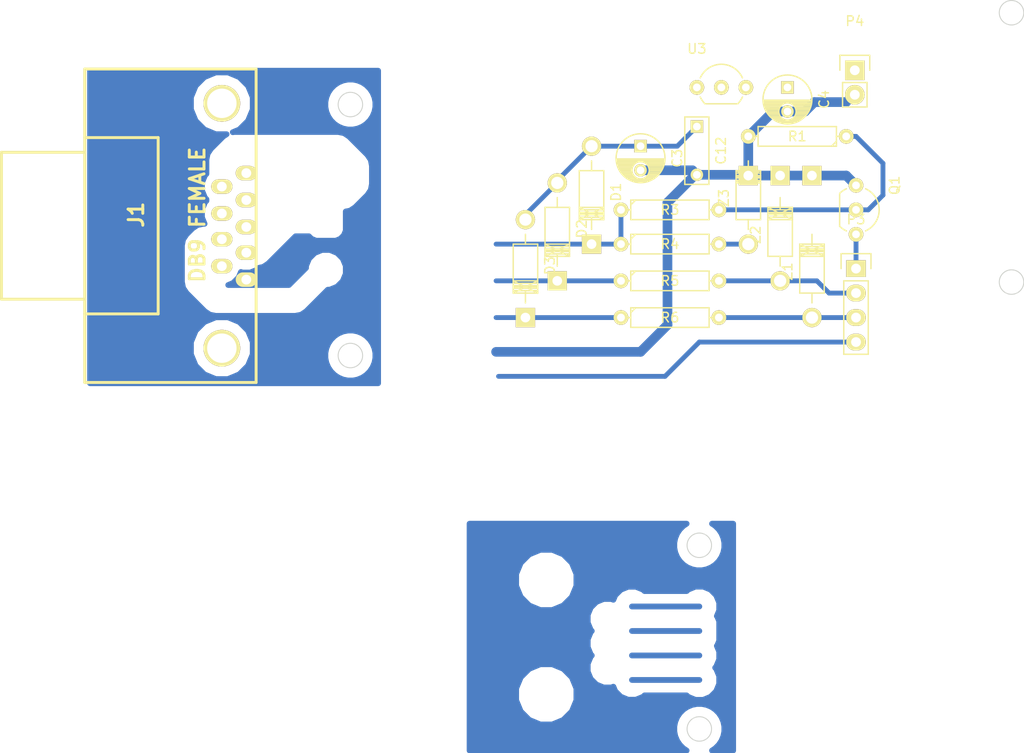
<source format=kicad_pcb>
(kicad_pcb (version 4) (host pcbnew 4.0.6)

  (general
    (links 30)
    (no_connects 7)
    (area -15.122401 20.904999 92.125001 99.060001)
    (thickness 1.6)
    (drawings 6)
    (tracks 55)
    (zones 0)
    (modules 19)
    (nets 13)
  )

  (page A4 portrait)
  (layers
    (0 F.Cu signal)
    (31 B.Cu signal)
    (33 F.Adhes user)
    (35 F.Paste user)
    (37 F.SilkS user)
    (39 F.Mask user)
    (40 Dwgs.User user)
    (41 Cmts.User user)
    (42 Eco1.User user)
    (43 Eco2.User user)
    (44 Edge.Cuts user)
    (45 Margin user)
    (47 F.CrtYd user)
    (49 F.Fab user)
  )

  (setup
    (last_trace_width 0.5)
    (trace_clearance 0.5)
    (zone_clearance 1)
    (zone_45_only no)
    (trace_min 0.5)
    (segment_width 0.2)
    (edge_width 0.1)
    (via_size 1.5)
    (via_drill 0.8)
    (via_min_size 0.8)
    (via_min_drill 0.508)
    (uvia_size 0.8)
    (uvia_drill 0.7)
    (uvias_allowed no)
    (uvia_min_size 0.508)
    (uvia_min_drill 0.127)
    (pcb_text_width 0.3)
    (pcb_text_size 1.5 1.5)
    (mod_edge_width 0.15)
    (mod_text_size 1 1)
    (mod_text_width 0.15)
    (pad_size 1.5 2.2)
    (pad_drill 1.016)
    (pad_to_mask_clearance 0.2)
    (solder_mask_min_width 0.3)
    (aux_axis_origin 0 0)
    (visible_elements FFFFFBBF)
    (pcbplotparams
      (layerselection 0x00030_80000001)
      (usegerberextensions false)
      (excludeedgelayer true)
      (linewidth 0.150000)
      (plotframeref false)
      (viasonmask false)
      (mode 1)
      (useauxorigin false)
      (hpglpennumber 1)
      (hpglpenspeed 20)
      (hpglpendiameter 15)
      (hpglpenoverlay 2)
      (psnegative false)
      (psa4output false)
      (plotreference true)
      (plotvalue true)
      (plotinvisibletext false)
      (padsonsilk true)
      (subtractmaskfromsilk false)
      (outputformat 5)
      (mirror false)
      (drillshape 0)
      (scaleselection 1)
      (outputdirectory output/))
  )

  (net 0 "")
  (net 1 /MOSI)
  (net 2 /RST)
  (net 3 /SCK)
  (net 4 GND)
  (net 5 VCC)
  (net 6 "Net-(C12-Pad1)")
  (net 7 /TX)
  (net 8 /RTS)
  (net 9 /DTR)
  (net 10 /CTS)
  (net 11 "Net-(Q1-Pad2)")
  (net 12 "Net-(R4-Pad2)")

  (net_class Default "This is the default net class."
    (clearance 0.5)
    (trace_width 0.5)
    (via_dia 1.5)
    (via_drill 0.8)
    (uvia_dia 0.8)
    (uvia_drill 0.7)
    (add_net /CTS)
    (add_net /DTR)
    (add_net /MOSI)
    (add_net /RST)
    (add_net /RTS)
    (add_net /SCK)
    (add_net /TX)
    (add_net "Net-(C12-Pad1)")
    (add_net "Net-(Q1-Pad2)")
    (add_net "Net-(R4-Pad2)")
  )

  (net_class pwr ""
    (clearance 1)
    (trace_width 1)
    (via_dia 1.5)
    (via_drill 0.8)
    (uvia_dia 0.8)
    (uvia_drill 0.7)
    (add_net GND)
    (add_net VCC)
  )

  (module DB9MC (layer F.Cu) (tedit 5956B374) (tstamp 523C59D9)
    (at 10.16 44.45 90)
    (descr "Connecteur DB9 male couche")
    (tags "CONN DB9")
    (path /53B03BF3)
    (fp_text reference J1 (at 1.27 -10.16 90) (layer F.SilkS)
      (effects (font (thickness 0.3048)))
    )
    (fp_text value "DB9 FEMALE" (at 1.27 -3.81 90) (layer F.SilkS)
      (effects (font (thickness 0.3048)))
    )
    (fp_line (start -16.129 2.286) (end 16.383 2.286) (layer F.SilkS) (width 0.3048))
    (fp_line (start 16.383 2.286) (end 16.383 -15.494) (layer F.SilkS) (width 0.3048))
    (fp_line (start 16.383 -15.494) (end -16.129 -15.494) (layer F.SilkS) (width 0.3048))
    (fp_line (start -16.129 -15.494) (end -16.129 2.286) (layer F.SilkS) (width 0.3048))
    (fp_line (start -9.017 -15.494) (end -9.017 -7.874) (layer F.SilkS) (width 0.3048))
    (fp_line (start -9.017 -7.874) (end 9.271 -7.874) (layer F.SilkS) (width 0.3048))
    (fp_line (start 9.271 -7.874) (end 9.271 -15.494) (layer F.SilkS) (width 0.3048))
    (fp_line (start -7.493 -15.494) (end -7.493 -24.13) (layer F.SilkS) (width 0.3048))
    (fp_line (start -7.493 -24.13) (end 7.747 -24.13) (layer F.SilkS) (width 0.3048))
    (fp_line (start 7.747 -24.13) (end 7.747 -15.494) (layer F.SilkS) (width 0.3048))
    (pad "" thru_hole circle (at 12.827 -1.27 90) (size 3.81 3.81) (drill 3.048) (layers *.Cu *.Mask F.SilkS))
    (pad "" thru_hole circle (at -12.573 -1.27 90) (size 3.81 3.81) (drill 3.048) (layers *.Cu *.Mask F.SilkS))
    (pad 1 thru_hole oval (at 5.588 1.27 90) (size 1.5 2.2) (drill 1.016) (layers *.Cu *.Mask F.SilkS))
    (pad 2 thru_hole oval (at 2.794 1.27 90) (size 1.5 2.2) (drill 1.016) (layers *.Cu *.Mask F.SilkS))
    (pad 3 thru_hole oval (at 0 1.27 90) (size 1.5 2.2) (drill 1.016) (layers *.Cu *.Mask F.SilkS)
      (net 7 /TX))
    (pad 4 thru_hole oval (at -2.667 1.27 90) (size 1.5 2.2) (drill 1.016) (layers *.Cu *.Mask F.SilkS)
      (net 9 /DTR))
    (pad 5 thru_hole oval (at -5.461 1.27 90) (size 1.5 2.2) (drill 1.016) (layers *.Cu *.Mask F.SilkS)
      (net 4 GND))
    (pad 9 thru_hole oval (at -4.064 -1.27 90) (size 1.5 2.2) (drill 1.016) (layers *.Cu *.Mask F.SilkS))
    (pad 8 thru_hole oval (at -1.27 -1.27 90) (size 1.5 2.2) (drill 1.016) (layers *.Cu *.Mask F.SilkS)
      (net 10 /CTS))
    (pad 7 thru_hole oval (at 1.397 -1.27 90) (size 1.5 2.2) (drill 1.016) (layers *.Cu *.Mask F.SilkS)
      (net 8 /RTS))
    (pad 6 thru_hole oval (at 4.191 -1.27 90) (size 1.5 2.2) (drill 1.016) (layers *.Cu *.Mask F.SilkS))
    (model conn_DBxx/db9_male_pin90deg.wrl
      (at (xyz 0 0 0))
      (scale (xyz 1 1 1))
      (rotate (xyz 0 0 0))
    )
  )

  (module Capacitors_ThroughHole:C_Radial_D5_L11_P2.5 (layer F.Cu) (tedit 0) (tstamp 59564E0D)
    (at 52.324 36.068 270)
    (descr "Radial Electrolytic Capacitor Diameter 5mm x Length 11mm, Pitch 2.5mm")
    (tags "Electrolytic Capacitor")
    (path /523C4E2F)
    (fp_text reference C3 (at 1.25 -3.8 270) (layer F.SilkS)
      (effects (font (size 1 1) (thickness 0.15)))
    )
    (fp_text value 47uF (at 1.25 3.8 270) (layer F.Fab)
      (effects (font (size 1 1) (thickness 0.15)))
    )
    (fp_line (start 1.325 -2.499) (end 1.325 2.499) (layer F.SilkS) (width 0.15))
    (fp_line (start 1.465 -2.491) (end 1.465 2.491) (layer F.SilkS) (width 0.15))
    (fp_line (start 1.605 -2.475) (end 1.605 -0.095) (layer F.SilkS) (width 0.15))
    (fp_line (start 1.605 0.095) (end 1.605 2.475) (layer F.SilkS) (width 0.15))
    (fp_line (start 1.745 -2.451) (end 1.745 -0.49) (layer F.SilkS) (width 0.15))
    (fp_line (start 1.745 0.49) (end 1.745 2.451) (layer F.SilkS) (width 0.15))
    (fp_line (start 1.885 -2.418) (end 1.885 -0.657) (layer F.SilkS) (width 0.15))
    (fp_line (start 1.885 0.657) (end 1.885 2.418) (layer F.SilkS) (width 0.15))
    (fp_line (start 2.025 -2.377) (end 2.025 -0.764) (layer F.SilkS) (width 0.15))
    (fp_line (start 2.025 0.764) (end 2.025 2.377) (layer F.SilkS) (width 0.15))
    (fp_line (start 2.165 -2.327) (end 2.165 -0.835) (layer F.SilkS) (width 0.15))
    (fp_line (start 2.165 0.835) (end 2.165 2.327) (layer F.SilkS) (width 0.15))
    (fp_line (start 2.305 -2.266) (end 2.305 -0.879) (layer F.SilkS) (width 0.15))
    (fp_line (start 2.305 0.879) (end 2.305 2.266) (layer F.SilkS) (width 0.15))
    (fp_line (start 2.445 -2.196) (end 2.445 -0.898) (layer F.SilkS) (width 0.15))
    (fp_line (start 2.445 0.898) (end 2.445 2.196) (layer F.SilkS) (width 0.15))
    (fp_line (start 2.585 -2.114) (end 2.585 -0.896) (layer F.SilkS) (width 0.15))
    (fp_line (start 2.585 0.896) (end 2.585 2.114) (layer F.SilkS) (width 0.15))
    (fp_line (start 2.725 -2.019) (end 2.725 -0.871) (layer F.SilkS) (width 0.15))
    (fp_line (start 2.725 0.871) (end 2.725 2.019) (layer F.SilkS) (width 0.15))
    (fp_line (start 2.865 -1.908) (end 2.865 -0.823) (layer F.SilkS) (width 0.15))
    (fp_line (start 2.865 0.823) (end 2.865 1.908) (layer F.SilkS) (width 0.15))
    (fp_line (start 3.005 -1.78) (end 3.005 -0.745) (layer F.SilkS) (width 0.15))
    (fp_line (start 3.005 0.745) (end 3.005 1.78) (layer F.SilkS) (width 0.15))
    (fp_line (start 3.145 -1.631) (end 3.145 -0.628) (layer F.SilkS) (width 0.15))
    (fp_line (start 3.145 0.628) (end 3.145 1.631) (layer F.SilkS) (width 0.15))
    (fp_line (start 3.285 -1.452) (end 3.285 -0.44) (layer F.SilkS) (width 0.15))
    (fp_line (start 3.285 0.44) (end 3.285 1.452) (layer F.SilkS) (width 0.15))
    (fp_line (start 3.425 -1.233) (end 3.425 1.233) (layer F.SilkS) (width 0.15))
    (fp_line (start 3.565 -0.944) (end 3.565 0.944) (layer F.SilkS) (width 0.15))
    (fp_line (start 3.705 -0.472) (end 3.705 0.472) (layer F.SilkS) (width 0.15))
    (fp_circle (center 2.5 0) (end 2.5 -0.9) (layer F.SilkS) (width 0.15))
    (fp_circle (center 1.25 0) (end 1.25 -2.5375) (layer F.SilkS) (width 0.15))
    (fp_circle (center 1.25 0) (end 1.25 -2.8) (layer F.CrtYd) (width 0.05))
    (pad 1 thru_hole rect (at 0 0 270) (size 1.3 1.3) (drill 0.8) (layers *.Cu *.Mask F.SilkS)
      (net 6 "Net-(C12-Pad1)"))
    (pad 2 thru_hole circle (at 2.5 0 270) (size 1.3 1.3) (drill 0.8) (layers *.Cu *.Mask F.SilkS)
      (net 4 GND))
    (model Capacitors_ThroughHole.3dshapes/C_Radial_D5_L11_P2.5.wrl
      (at (xyz 0.049213 0 0))
      (scale (xyz 1 1 1))
      (rotate (xyz 0 0 90))
    )
  )

  (module Capacitors_ThroughHole:C_Radial_D5_L11_P2.5 (layer F.Cu) (tedit 0) (tstamp 59564E12)
    (at 67.564 29.972 270)
    (descr "Radial Electrolytic Capacitor Diameter 5mm x Length 11mm, Pitch 2.5mm")
    (tags "Electrolytic Capacitor")
    (path /523C51C1)
    (fp_text reference C4 (at 1.25 -3.8 270) (layer F.SilkS)
      (effects (font (size 1 1) (thickness 0.15)))
    )
    (fp_text value 47uF (at 1.25 3.8 270) (layer F.Fab)
      (effects (font (size 1 1) (thickness 0.15)))
    )
    (fp_line (start 1.325 -2.499) (end 1.325 2.499) (layer F.SilkS) (width 0.15))
    (fp_line (start 1.465 -2.491) (end 1.465 2.491) (layer F.SilkS) (width 0.15))
    (fp_line (start 1.605 -2.475) (end 1.605 -0.095) (layer F.SilkS) (width 0.15))
    (fp_line (start 1.605 0.095) (end 1.605 2.475) (layer F.SilkS) (width 0.15))
    (fp_line (start 1.745 -2.451) (end 1.745 -0.49) (layer F.SilkS) (width 0.15))
    (fp_line (start 1.745 0.49) (end 1.745 2.451) (layer F.SilkS) (width 0.15))
    (fp_line (start 1.885 -2.418) (end 1.885 -0.657) (layer F.SilkS) (width 0.15))
    (fp_line (start 1.885 0.657) (end 1.885 2.418) (layer F.SilkS) (width 0.15))
    (fp_line (start 2.025 -2.377) (end 2.025 -0.764) (layer F.SilkS) (width 0.15))
    (fp_line (start 2.025 0.764) (end 2.025 2.377) (layer F.SilkS) (width 0.15))
    (fp_line (start 2.165 -2.327) (end 2.165 -0.835) (layer F.SilkS) (width 0.15))
    (fp_line (start 2.165 0.835) (end 2.165 2.327) (layer F.SilkS) (width 0.15))
    (fp_line (start 2.305 -2.266) (end 2.305 -0.879) (layer F.SilkS) (width 0.15))
    (fp_line (start 2.305 0.879) (end 2.305 2.266) (layer F.SilkS) (width 0.15))
    (fp_line (start 2.445 -2.196) (end 2.445 -0.898) (layer F.SilkS) (width 0.15))
    (fp_line (start 2.445 0.898) (end 2.445 2.196) (layer F.SilkS) (width 0.15))
    (fp_line (start 2.585 -2.114) (end 2.585 -0.896) (layer F.SilkS) (width 0.15))
    (fp_line (start 2.585 0.896) (end 2.585 2.114) (layer F.SilkS) (width 0.15))
    (fp_line (start 2.725 -2.019) (end 2.725 -0.871) (layer F.SilkS) (width 0.15))
    (fp_line (start 2.725 0.871) (end 2.725 2.019) (layer F.SilkS) (width 0.15))
    (fp_line (start 2.865 -1.908) (end 2.865 -0.823) (layer F.SilkS) (width 0.15))
    (fp_line (start 2.865 0.823) (end 2.865 1.908) (layer F.SilkS) (width 0.15))
    (fp_line (start 3.005 -1.78) (end 3.005 -0.745) (layer F.SilkS) (width 0.15))
    (fp_line (start 3.005 0.745) (end 3.005 1.78) (layer F.SilkS) (width 0.15))
    (fp_line (start 3.145 -1.631) (end 3.145 -0.628) (layer F.SilkS) (width 0.15))
    (fp_line (start 3.145 0.628) (end 3.145 1.631) (layer F.SilkS) (width 0.15))
    (fp_line (start 3.285 -1.452) (end 3.285 -0.44) (layer F.SilkS) (width 0.15))
    (fp_line (start 3.285 0.44) (end 3.285 1.452) (layer F.SilkS) (width 0.15))
    (fp_line (start 3.425 -1.233) (end 3.425 1.233) (layer F.SilkS) (width 0.15))
    (fp_line (start 3.565 -0.944) (end 3.565 0.944) (layer F.SilkS) (width 0.15))
    (fp_line (start 3.705 -0.472) (end 3.705 0.472) (layer F.SilkS) (width 0.15))
    (fp_circle (center 2.5 0) (end 2.5 -0.9) (layer F.SilkS) (width 0.15))
    (fp_circle (center 1.25 0) (end 1.25 -2.5375) (layer F.SilkS) (width 0.15))
    (fp_circle (center 1.25 0) (end 1.25 -2.8) (layer F.CrtYd) (width 0.05))
    (pad 1 thru_hole rect (at 0 0 270) (size 1.3 1.3) (drill 0.8) (layers *.Cu *.Mask F.SilkS)
      (net 5 VCC))
    (pad 2 thru_hole circle (at 2.5 0 270) (size 1.3 1.3) (drill 0.8) (layers *.Cu *.Mask F.SilkS)
      (net 4 GND))
    (model Capacitors_ThroughHole.3dshapes/C_Radial_D5_L11_P2.5.wrl
      (at (xyz 0.049213 0 0))
      (scale (xyz 1 1 1))
      (rotate (xyz 0 0 90))
    )
  )

  (module Capacitors_ThroughHole:C_Rect_L7_W2.5_P5 (layer F.Cu) (tedit 0) (tstamp 59564E17)
    (at 58.166 34.036 270)
    (descr "Film Capacitor Length 7mm x Width 2.5mm, Pitch 5mm")
    (tags Capacitor)
    (path /523C4E3E)
    (fp_text reference C12 (at 2.5 -2.5 270) (layer F.SilkS)
      (effects (font (size 1 1) (thickness 0.15)))
    )
    (fp_text value 100nF (at 2.5 2.5 270) (layer F.Fab)
      (effects (font (size 1 1) (thickness 0.15)))
    )
    (fp_line (start -1.25 -1.5) (end 6.25 -1.5) (layer F.CrtYd) (width 0.05))
    (fp_line (start 6.25 -1.5) (end 6.25 1.5) (layer F.CrtYd) (width 0.05))
    (fp_line (start 6.25 1.5) (end -1.25 1.5) (layer F.CrtYd) (width 0.05))
    (fp_line (start -1.25 1.5) (end -1.25 -1.5) (layer F.CrtYd) (width 0.05))
    (fp_line (start -1 -1.25) (end 6 -1.25) (layer F.SilkS) (width 0.15))
    (fp_line (start 6 -1.25) (end 6 1.25) (layer F.SilkS) (width 0.15))
    (fp_line (start 6 1.25) (end -1 1.25) (layer F.SilkS) (width 0.15))
    (fp_line (start -1 1.25) (end -1 -1.25) (layer F.SilkS) (width 0.15))
    (pad 1 thru_hole rect (at 0 0 270) (size 1.3 1.3) (drill 0.8) (layers *.Cu *.Mask F.SilkS)
      (net 6 "Net-(C12-Pad1)"))
    (pad 2 thru_hole circle (at 5 0 270) (size 1.3 1.3) (drill 0.8) (layers *.Cu *.Mask F.SilkS)
      (net 4 GND))
  )

  (module Diodes_ThroughHole:Diode_DO-41_SOD81_Horizontal_RM10 (layer F.Cu) (tedit 552FFCCE) (tstamp 59564E1C)
    (at 47.244 46.228 90)
    (descr "Diode, DO-41, SOD81, Horizontal, RM 10mm,")
    (tags "Diode, DO-41, SOD81, Horizontal, RM 10mm, 1N4007, SB140,")
    (path /523C4DC8)
    (fp_text reference D1 (at 5.38734 2.53746 90) (layer F.SilkS)
      (effects (font (size 1 1) (thickness 0.15)))
    )
    (fp_text value 1N4148 (at 4.37134 -3.55854 90) (layer F.Fab)
      (effects (font (size 1 1) (thickness 0.15)))
    )
    (fp_line (start 7.62 -0.00254) (end 8.636 -0.00254) (layer F.SilkS) (width 0.15))
    (fp_line (start 2.794 -0.00254) (end 1.524 -0.00254) (layer F.SilkS) (width 0.15))
    (fp_line (start 3.048 -1.27254) (end 3.048 1.26746) (layer F.SilkS) (width 0.15))
    (fp_line (start 3.302 -1.27254) (end 3.302 1.26746) (layer F.SilkS) (width 0.15))
    (fp_line (start 3.556 -1.27254) (end 3.556 1.26746) (layer F.SilkS) (width 0.15))
    (fp_line (start 2.794 -1.27254) (end 2.794 1.26746) (layer F.SilkS) (width 0.15))
    (fp_line (start 3.81 -1.27254) (end 2.54 1.26746) (layer F.SilkS) (width 0.15))
    (fp_line (start 2.54 -1.27254) (end 3.81 1.26746) (layer F.SilkS) (width 0.15))
    (fp_line (start 3.81 -1.27254) (end 3.81 1.26746) (layer F.SilkS) (width 0.15))
    (fp_line (start 3.175 -1.27254) (end 3.175 1.26746) (layer F.SilkS) (width 0.15))
    (fp_line (start 2.54 1.26746) (end 2.54 -1.27254) (layer F.SilkS) (width 0.15))
    (fp_line (start 2.54 -1.27254) (end 7.62 -1.27254) (layer F.SilkS) (width 0.15))
    (fp_line (start 7.62 -1.27254) (end 7.62 1.26746) (layer F.SilkS) (width 0.15))
    (fp_line (start 7.62 1.26746) (end 2.54 1.26746) (layer F.SilkS) (width 0.15))
    (pad 2 thru_hole circle (at 10.16 -0.00254 270) (size 1.99898 1.99898) (drill 1.27) (layers *.Cu *.Mask F.SilkS)
      (net 6 "Net-(C12-Pad1)"))
    (pad 1 thru_hole rect (at 0 -0.00254 270) (size 1.99898 1.99898) (drill 1.00076) (layers *.Cu *.Mask F.SilkS)
      (net 7 /TX))
  )

  (module Diodes_ThroughHole:Diode_DO-41_SOD81_Horizontal_RM10 (layer F.Cu) (tedit 552FFCCE) (tstamp 59564E21)
    (at 43.688 50.038 90)
    (descr "Diode, DO-41, SOD81, Horizontal, RM 10mm,")
    (tags "Diode, DO-41, SOD81, Horizontal, RM 10mm, 1N4007, SB140,")
    (path /523C4DD5)
    (fp_text reference D2 (at 5.38734 2.53746 90) (layer F.SilkS)
      (effects (font (size 1 1) (thickness 0.15)))
    )
    (fp_text value DIODE (at 4.37134 -3.55854 90) (layer F.Fab)
      (effects (font (size 1 1) (thickness 0.15)))
    )
    (fp_line (start 7.62 -0.00254) (end 8.636 -0.00254) (layer F.SilkS) (width 0.15))
    (fp_line (start 2.794 -0.00254) (end 1.524 -0.00254) (layer F.SilkS) (width 0.15))
    (fp_line (start 3.048 -1.27254) (end 3.048 1.26746) (layer F.SilkS) (width 0.15))
    (fp_line (start 3.302 -1.27254) (end 3.302 1.26746) (layer F.SilkS) (width 0.15))
    (fp_line (start 3.556 -1.27254) (end 3.556 1.26746) (layer F.SilkS) (width 0.15))
    (fp_line (start 2.794 -1.27254) (end 2.794 1.26746) (layer F.SilkS) (width 0.15))
    (fp_line (start 3.81 -1.27254) (end 2.54 1.26746) (layer F.SilkS) (width 0.15))
    (fp_line (start 2.54 -1.27254) (end 3.81 1.26746) (layer F.SilkS) (width 0.15))
    (fp_line (start 3.81 -1.27254) (end 3.81 1.26746) (layer F.SilkS) (width 0.15))
    (fp_line (start 3.175 -1.27254) (end 3.175 1.26746) (layer F.SilkS) (width 0.15))
    (fp_line (start 2.54 1.26746) (end 2.54 -1.27254) (layer F.SilkS) (width 0.15))
    (fp_line (start 2.54 -1.27254) (end 7.62 -1.27254) (layer F.SilkS) (width 0.15))
    (fp_line (start 7.62 -1.27254) (end 7.62 1.26746) (layer F.SilkS) (width 0.15))
    (fp_line (start 7.62 1.26746) (end 2.54 1.26746) (layer F.SilkS) (width 0.15))
    (pad 2 thru_hole circle (at 10.16 -0.00254 270) (size 1.99898 1.99898) (drill 1.27) (layers *.Cu *.Mask F.SilkS)
      (net 6 "Net-(C12-Pad1)"))
    (pad 1 thru_hole rect (at 0 -0.00254 270) (size 1.99898 1.99898) (drill 1.00076) (layers *.Cu *.Mask F.SilkS)
      (net 8 /RTS))
  )

  (module Diodes_ThroughHole:Diode_DO-41_SOD81_Horizontal_RM10 (layer F.Cu) (tedit 552FFCCE) (tstamp 59564E26)
    (at 40.386 53.848 90)
    (descr "Diode, DO-41, SOD81, Horizontal, RM 10mm,")
    (tags "Diode, DO-41, SOD81, Horizontal, RM 10mm, 1N4007, SB140,")
    (path /523C4DDB)
    (fp_text reference D3 (at 5.38734 2.53746 90) (layer F.SilkS)
      (effects (font (size 1 1) (thickness 0.15)))
    )
    (fp_text value DIODE (at 4.37134 -3.55854 90) (layer F.Fab)
      (effects (font (size 1 1) (thickness 0.15)))
    )
    (fp_line (start 7.62 -0.00254) (end 8.636 -0.00254) (layer F.SilkS) (width 0.15))
    (fp_line (start 2.794 -0.00254) (end 1.524 -0.00254) (layer F.SilkS) (width 0.15))
    (fp_line (start 3.048 -1.27254) (end 3.048 1.26746) (layer F.SilkS) (width 0.15))
    (fp_line (start 3.302 -1.27254) (end 3.302 1.26746) (layer F.SilkS) (width 0.15))
    (fp_line (start 3.556 -1.27254) (end 3.556 1.26746) (layer F.SilkS) (width 0.15))
    (fp_line (start 2.794 -1.27254) (end 2.794 1.26746) (layer F.SilkS) (width 0.15))
    (fp_line (start 3.81 -1.27254) (end 2.54 1.26746) (layer F.SilkS) (width 0.15))
    (fp_line (start 2.54 -1.27254) (end 3.81 1.26746) (layer F.SilkS) (width 0.15))
    (fp_line (start 3.81 -1.27254) (end 3.81 1.26746) (layer F.SilkS) (width 0.15))
    (fp_line (start 3.175 -1.27254) (end 3.175 1.26746) (layer F.SilkS) (width 0.15))
    (fp_line (start 2.54 1.26746) (end 2.54 -1.27254) (layer F.SilkS) (width 0.15))
    (fp_line (start 2.54 -1.27254) (end 7.62 -1.27254) (layer F.SilkS) (width 0.15))
    (fp_line (start 7.62 -1.27254) (end 7.62 1.26746) (layer F.SilkS) (width 0.15))
    (fp_line (start 7.62 1.26746) (end 2.54 1.26746) (layer F.SilkS) (width 0.15))
    (pad 2 thru_hole circle (at 10.16 -0.00254 270) (size 1.99898 1.99898) (drill 1.27) (layers *.Cu *.Mask F.SilkS)
      (net 6 "Net-(C12-Pad1)"))
    (pad 1 thru_hole rect (at 0 -0.00254 270) (size 1.99898 1.99898) (drill 1.00076) (layers *.Cu *.Mask F.SilkS)
      (net 9 /DTR))
  )

  (module Pin_Headers:Pin_Header_Straight_1x04 (layer F.Cu) (tedit 0) (tstamp 59564E2B)
    (at 74.676 48.768)
    (descr "Through hole pin header")
    (tags "pin header")
    (path /53B04196)
    (fp_text reference P3 (at 0 -5.1) (layer F.SilkS)
      (effects (font (size 1 1) (thickness 0.15)))
    )
    (fp_text value CONN_4 (at 0 -3.1) (layer F.Fab)
      (effects (font (size 1 1) (thickness 0.15)))
    )
    (fp_line (start -1.75 -1.75) (end -1.75 9.4) (layer F.CrtYd) (width 0.05))
    (fp_line (start 1.75 -1.75) (end 1.75 9.4) (layer F.CrtYd) (width 0.05))
    (fp_line (start -1.75 -1.75) (end 1.75 -1.75) (layer F.CrtYd) (width 0.05))
    (fp_line (start -1.75 9.4) (end 1.75 9.4) (layer F.CrtYd) (width 0.05))
    (fp_line (start -1.27 1.27) (end -1.27 8.89) (layer F.SilkS) (width 0.15))
    (fp_line (start 1.27 1.27) (end 1.27 8.89) (layer F.SilkS) (width 0.15))
    (fp_line (start 1.55 -1.55) (end 1.55 0) (layer F.SilkS) (width 0.15))
    (fp_line (start -1.27 8.89) (end 1.27 8.89) (layer F.SilkS) (width 0.15))
    (fp_line (start 1.27 1.27) (end -1.27 1.27) (layer F.SilkS) (width 0.15))
    (fp_line (start -1.55 0) (end -1.55 -1.55) (layer F.SilkS) (width 0.15))
    (fp_line (start -1.55 -1.55) (end 1.55 -1.55) (layer F.SilkS) (width 0.15))
    (pad 1 thru_hole rect (at 0 0) (size 2.032 1.7272) (drill 1.016) (layers *.Cu *.Mask F.SilkS)
      (net 2 /RST))
    (pad 2 thru_hole oval (at 0 2.54) (size 2.032 1.7272) (drill 1.016) (layers *.Cu *.Mask F.SilkS)
      (net 3 /SCK))
    (pad 3 thru_hole oval (at 0 5.08) (size 2.032 1.7272) (drill 1.016) (layers *.Cu *.Mask F.SilkS)
      (net 1 /MOSI))
    (pad 4 thru_hole oval (at 0 7.62) (size 2.032 1.7272) (drill 1.016) (layers *.Cu *.Mask F.SilkS)
      (net 10 /CTS))
    (model Pin_Headers.3dshapes/Pin_Header_Straight_1x04.wrl
      (at (xyz 0 -0.15 0))
      (scale (xyz 1 1 1))
      (rotate (xyz 0 0 90))
    )
  )

  (module Pin_Headers:Pin_Header_Straight_1x02 (layer F.Cu) (tedit 54EA090C) (tstamp 59564E32)
    (at 74.549 28.194)
    (descr "Through hole pin header")
    (tags "pin header")
    (path /53B04122)
    (fp_text reference P4 (at 0 -5.1) (layer F.SilkS)
      (effects (font (size 1 1) (thickness 0.15)))
    )
    (fp_text value CONN_2 (at 0 -3.1) (layer F.Fab)
      (effects (font (size 1 1) (thickness 0.15)))
    )
    (fp_line (start 1.27 1.27) (end 1.27 3.81) (layer F.SilkS) (width 0.15))
    (fp_line (start 1.55 -1.55) (end 1.55 0) (layer F.SilkS) (width 0.15))
    (fp_line (start -1.75 -1.75) (end -1.75 4.3) (layer F.CrtYd) (width 0.05))
    (fp_line (start 1.75 -1.75) (end 1.75 4.3) (layer F.CrtYd) (width 0.05))
    (fp_line (start -1.75 -1.75) (end 1.75 -1.75) (layer F.CrtYd) (width 0.05))
    (fp_line (start -1.75 4.3) (end 1.75 4.3) (layer F.CrtYd) (width 0.05))
    (fp_line (start 1.27 1.27) (end -1.27 1.27) (layer F.SilkS) (width 0.15))
    (fp_line (start -1.55 0) (end -1.55 -1.55) (layer F.SilkS) (width 0.15))
    (fp_line (start -1.55 -1.55) (end 1.55 -1.55) (layer F.SilkS) (width 0.15))
    (fp_line (start -1.27 1.27) (end -1.27 3.81) (layer F.SilkS) (width 0.15))
    (fp_line (start -1.27 3.81) (end 1.27 3.81) (layer F.SilkS) (width 0.15))
    (pad 1 thru_hole rect (at 0 0) (size 2.032 2.032) (drill 1.016) (layers *.Cu *.Mask F.SilkS)
      (net 5 VCC))
    (pad 2 thru_hole oval (at 0 2.54) (size 2.032 2.032) (drill 1.016) (layers *.Cu *.Mask F.SilkS)
      (net 4 GND))
    (model Pin_Headers.3dshapes/Pin_Header_Straight_1x02.wrl
      (at (xyz 0 -0.05 0))
      (scale (xyz 1 1 1))
      (rotate (xyz 0 0 90))
    )
  )

  (module TO_SOT_Packages_THT:TO-92_Inline_Wide (layer F.Cu) (tedit 54F242B4) (tstamp 59564E37)
    (at 74.676 40.132 270)
    (descr "TO-92 leads in-line, wide, drill 0.8mm (see NXP sot054_po.pdf)")
    (tags "to-92 sc-43 sc-43a sot54 PA33 transistor")
    (path /523C4E04)
    (fp_text reference Q1 (at 0 -4 450) (layer F.SilkS)
      (effects (font (size 1 1) (thickness 0.15)))
    )
    (fp_text value BC547 (at 0 3 270) (layer F.Fab)
      (effects (font (size 1 1) (thickness 0.15)))
    )
    (fp_arc (start 2.54 0) (end 0.84 1.7) (angle 20.5) (layer F.SilkS) (width 0.15))
    (fp_arc (start 2.54 0) (end 4.24 1.7) (angle -20.5) (layer F.SilkS) (width 0.15))
    (fp_line (start -1 1.95) (end -1 -2.65) (layer F.CrtYd) (width 0.05))
    (fp_line (start -1 1.95) (end 6.1 1.95) (layer F.CrtYd) (width 0.05))
    (fp_line (start 0.84 1.7) (end 4.24 1.7) (layer F.SilkS) (width 0.15))
    (fp_arc (start 2.54 0) (end 2.54 -2.4) (angle -65.55604127) (layer F.SilkS) (width 0.15))
    (fp_arc (start 2.54 0) (end 2.54 -2.4) (angle 65.55604127) (layer F.SilkS) (width 0.15))
    (fp_line (start -1 -2.65) (end 6.1 -2.65) (layer F.CrtYd) (width 0.05))
    (fp_line (start 6.1 1.95) (end 6.1 -2.65) (layer F.CrtYd) (width 0.05))
    (pad 2 thru_hole circle (at 2.54 0) (size 1.524 1.524) (drill 0.8) (layers *.Cu *.Mask F.SilkS)
      (net 11 "Net-(Q1-Pad2)"))
    (pad 3 thru_hole circle (at 5.08 0) (size 1.524 1.524) (drill 0.8) (layers *.Cu *.Mask F.SilkS)
      (net 2 /RST))
    (pad 1 thru_hole circle (at 0 0) (size 1.524 1.524) (drill 0.8) (layers *.Cu *.Mask F.SilkS)
      (net 4 GND))
    (model TO_SOT_Packages_THT.3dshapes/TO-92_Inline_Wide.wrl
      (at (xyz 0.1 0 0))
      (scale (xyz 1 1 1))
      (rotate (xyz 0 0 -90))
    )
  )

  (module Discret:R4 (layer F.Cu) (tedit 0) (tstamp 59564E3D)
    (at 68.58 35.052 180)
    (descr "Resitance 4 pas")
    (tags R)
    (path /523C4DA0)
    (fp_text reference R1 (at 0 0 180) (layer F.SilkS)
      (effects (font (size 1 1) (thickness 0.15)))
    )
    (fp_text value 15K (at 0 0 180) (layer F.Fab)
      (effects (font (size 1 1) (thickness 0.15)))
    )
    (fp_line (start -5.08 0) (end -4.064 0) (layer F.SilkS) (width 0.15))
    (fp_line (start -4.064 0) (end -4.064 -1.016) (layer F.SilkS) (width 0.15))
    (fp_line (start -4.064 -1.016) (end 4.064 -1.016) (layer F.SilkS) (width 0.15))
    (fp_line (start 4.064 -1.016) (end 4.064 1.016) (layer F.SilkS) (width 0.15))
    (fp_line (start 4.064 1.016) (end -4.064 1.016) (layer F.SilkS) (width 0.15))
    (fp_line (start -4.064 1.016) (end -4.064 0) (layer F.SilkS) (width 0.15))
    (fp_line (start -4.064 -0.508) (end -3.556 -1.016) (layer F.SilkS) (width 0.15))
    (fp_line (start 5.08 0) (end 4.064 0) (layer F.SilkS) (width 0.15))
    (pad 1 thru_hole circle (at -5.08 0 180) (size 1.524 1.524) (drill 0.8128) (layers *.Cu *.Mask F.SilkS)
      (net 11 "Net-(Q1-Pad2)"))
    (pad 2 thru_hole circle (at 5.08 0 180) (size 1.524 1.524) (drill 0.8128) (layers *.Cu *.Mask F.SilkS)
      (net 4 GND))
    (model Discret.3dshapes/R4.wrl
      (at (xyz 0 0 0))
      (scale (xyz 0.4 0.4 0.4))
      (rotate (xyz 0 0 0))
    )
  )

  (module Discret:R4 (layer F.Cu) (tedit 0) (tstamp 59564E42)
    (at 55.372 42.672)
    (descr "Resitance 4 pas")
    (tags R)
    (path /523C4D9A)
    (fp_text reference R3 (at 0 0) (layer F.SilkS)
      (effects (font (size 1 1) (thickness 0.15)))
    )
    (fp_text value 10K (at 0 0) (layer F.Fab)
      (effects (font (size 1 1) (thickness 0.15)))
    )
    (fp_line (start -5.08 0) (end -4.064 0) (layer F.SilkS) (width 0.15))
    (fp_line (start -4.064 0) (end -4.064 -1.016) (layer F.SilkS) (width 0.15))
    (fp_line (start -4.064 -1.016) (end 4.064 -1.016) (layer F.SilkS) (width 0.15))
    (fp_line (start 4.064 -1.016) (end 4.064 1.016) (layer F.SilkS) (width 0.15))
    (fp_line (start 4.064 1.016) (end -4.064 1.016) (layer F.SilkS) (width 0.15))
    (fp_line (start -4.064 1.016) (end -4.064 0) (layer F.SilkS) (width 0.15))
    (fp_line (start -4.064 -0.508) (end -3.556 -1.016) (layer F.SilkS) (width 0.15))
    (fp_line (start 5.08 0) (end 4.064 0) (layer F.SilkS) (width 0.15))
    (pad 1 thru_hole circle (at -5.08 0) (size 1.524 1.524) (drill 0.8128) (layers *.Cu *.Mask F.SilkS)
      (net 7 /TX))
    (pad 2 thru_hole circle (at 5.08 0) (size 1.524 1.524) (drill 0.8128) (layers *.Cu *.Mask F.SilkS)
      (net 11 "Net-(Q1-Pad2)"))
    (model Discret.3dshapes/R4.wrl
      (at (xyz 0 0 0))
      (scale (xyz 0.4 0.4 0.4))
      (rotate (xyz 0 0 0))
    )
  )

  (module Discret:R4 (layer F.Cu) (tedit 0) (tstamp 59564E47)
    (at 55.372 46.228)
    (descr "Resitance 4 pas")
    (tags R)
    (path /523C4D70)
    (fp_text reference R4 (at 0 0) (layer F.SilkS)
      (effects (font (size 1 1) (thickness 0.15)))
    )
    (fp_text value 4.7K (at 0 0) (layer F.Fab)
      (effects (font (size 1 1) (thickness 0.15)))
    )
    (fp_line (start -5.08 0) (end -4.064 0) (layer F.SilkS) (width 0.15))
    (fp_line (start -4.064 0) (end -4.064 -1.016) (layer F.SilkS) (width 0.15))
    (fp_line (start -4.064 -1.016) (end 4.064 -1.016) (layer F.SilkS) (width 0.15))
    (fp_line (start 4.064 -1.016) (end 4.064 1.016) (layer F.SilkS) (width 0.15))
    (fp_line (start 4.064 1.016) (end -4.064 1.016) (layer F.SilkS) (width 0.15))
    (fp_line (start -4.064 1.016) (end -4.064 0) (layer F.SilkS) (width 0.15))
    (fp_line (start -4.064 -0.508) (end -3.556 -1.016) (layer F.SilkS) (width 0.15))
    (fp_line (start 5.08 0) (end 4.064 0) (layer F.SilkS) (width 0.15))
    (pad 1 thru_hole circle (at -5.08 0) (size 1.524 1.524) (drill 0.8128) (layers *.Cu *.Mask F.SilkS)
      (net 7 /TX))
    (pad 2 thru_hole circle (at 5.08 0) (size 1.524 1.524) (drill 0.8128) (layers *.Cu *.Mask F.SilkS)
      (net 12 "Net-(R4-Pad2)"))
    (model Discret.3dshapes/R4.wrl
      (at (xyz 0 0 0))
      (scale (xyz 0.4 0.4 0.4))
      (rotate (xyz 0 0 0))
    )
  )

  (module Discret:R4 (layer F.Cu) (tedit 0) (tstamp 59564E4C)
    (at 55.372 50.038)
    (descr "Resitance 4 pas")
    (tags R)
    (path /523C4D8E)
    (fp_text reference R5 (at 0 0) (layer F.SilkS)
      (effects (font (size 1 1) (thickness 0.15)))
    )
    (fp_text value 4.7K (at 0 0) (layer F.Fab)
      (effects (font (size 1 1) (thickness 0.15)))
    )
    (fp_line (start -5.08 0) (end -4.064 0) (layer F.SilkS) (width 0.15))
    (fp_line (start -4.064 0) (end -4.064 -1.016) (layer F.SilkS) (width 0.15))
    (fp_line (start -4.064 -1.016) (end 4.064 -1.016) (layer F.SilkS) (width 0.15))
    (fp_line (start 4.064 -1.016) (end 4.064 1.016) (layer F.SilkS) (width 0.15))
    (fp_line (start 4.064 1.016) (end -4.064 1.016) (layer F.SilkS) (width 0.15))
    (fp_line (start -4.064 1.016) (end -4.064 0) (layer F.SilkS) (width 0.15))
    (fp_line (start -4.064 -0.508) (end -3.556 -1.016) (layer F.SilkS) (width 0.15))
    (fp_line (start 5.08 0) (end 4.064 0) (layer F.SilkS) (width 0.15))
    (pad 1 thru_hole circle (at -5.08 0) (size 1.524 1.524) (drill 0.8128) (layers *.Cu *.Mask F.SilkS)
      (net 8 /RTS))
    (pad 2 thru_hole circle (at 5.08 0) (size 1.524 1.524) (drill 0.8128) (layers *.Cu *.Mask F.SilkS)
      (net 3 /SCK))
    (model Discret.3dshapes/R4.wrl
      (at (xyz 0 0 0))
      (scale (xyz 0.4 0.4 0.4))
      (rotate (xyz 0 0 0))
    )
  )

  (module Discret:R4 (layer F.Cu) (tedit 0) (tstamp 59564E51)
    (at 55.372 53.848)
    (descr "Resitance 4 pas")
    (tags R)
    (path /523C4D94)
    (fp_text reference R6 (at 0 0) (layer F.SilkS)
      (effects (font (size 1 1) (thickness 0.15)))
    )
    (fp_text value 4.7K (at 0 0) (layer F.Fab)
      (effects (font (size 1 1) (thickness 0.15)))
    )
    (fp_line (start -5.08 0) (end -4.064 0) (layer F.SilkS) (width 0.15))
    (fp_line (start -4.064 0) (end -4.064 -1.016) (layer F.SilkS) (width 0.15))
    (fp_line (start -4.064 -1.016) (end 4.064 -1.016) (layer F.SilkS) (width 0.15))
    (fp_line (start 4.064 -1.016) (end 4.064 1.016) (layer F.SilkS) (width 0.15))
    (fp_line (start 4.064 1.016) (end -4.064 1.016) (layer F.SilkS) (width 0.15))
    (fp_line (start -4.064 1.016) (end -4.064 0) (layer F.SilkS) (width 0.15))
    (fp_line (start -4.064 -0.508) (end -3.556 -1.016) (layer F.SilkS) (width 0.15))
    (fp_line (start 5.08 0) (end 4.064 0) (layer F.SilkS) (width 0.15))
    (pad 1 thru_hole circle (at -5.08 0) (size 1.524 1.524) (drill 0.8128) (layers *.Cu *.Mask F.SilkS)
      (net 9 /DTR))
    (pad 2 thru_hole circle (at 5.08 0) (size 1.524 1.524) (drill 0.8128) (layers *.Cu *.Mask F.SilkS)
      (net 1 /MOSI))
    (model Discret.3dshapes/R4.wrl
      (at (xyz 0 0 0))
      (scale (xyz 0.4 0.4 0.4))
      (rotate (xyz 0 0 0))
    )
  )

  (module TO_SOT_Packages_THT:TO-92_Inline_Wide (layer F.Cu) (tedit 54F242B4) (tstamp 59564E56)
    (at 58.166 29.972)
    (descr "TO-92 leads in-line, wide, drill 0.8mm (see NXP sot054_po.pdf)")
    (tags "to-92 sc-43 sc-43a sot54 PA33 transistor")
    (path /523C4E71)
    (fp_text reference U3 (at 0 -4 180) (layer F.SilkS)
      (effects (font (size 1 1) (thickness 0.15)))
    )
    (fp_text value LM2936Z-5 (at 0 3) (layer F.Fab)
      (effects (font (size 1 1) (thickness 0.15)))
    )
    (fp_arc (start 2.54 0) (end 0.84 1.7) (angle 20.5) (layer F.SilkS) (width 0.15))
    (fp_arc (start 2.54 0) (end 4.24 1.7) (angle -20.5) (layer F.SilkS) (width 0.15))
    (fp_line (start -1 1.95) (end -1 -2.65) (layer F.CrtYd) (width 0.05))
    (fp_line (start -1 1.95) (end 6.1 1.95) (layer F.CrtYd) (width 0.05))
    (fp_line (start 0.84 1.7) (end 4.24 1.7) (layer F.SilkS) (width 0.15))
    (fp_arc (start 2.54 0) (end 2.54 -2.4) (angle -65.55604127) (layer F.SilkS) (width 0.15))
    (fp_arc (start 2.54 0) (end 2.54 -2.4) (angle 65.55604127) (layer F.SilkS) (width 0.15))
    (fp_line (start -1 -2.65) (end 6.1 -2.65) (layer F.CrtYd) (width 0.05))
    (fp_line (start 6.1 1.95) (end 6.1 -2.65) (layer F.CrtYd) (width 0.05))
    (pad 2 thru_hole circle (at 2.54 0 90) (size 1.524 1.524) (drill 0.8) (layers *.Cu *.Mask F.SilkS))
    (pad 3 thru_hole circle (at 5.08 0 90) (size 1.524 1.524) (drill 0.8) (layers *.Cu *.Mask F.SilkS))
    (pad 1 thru_hole circle (at 0 0 90) (size 1.524 1.524) (drill 0.8) (layers *.Cu *.Mask F.SilkS))
    (model TO_SOT_Packages_THT.3dshapes/TO-92_Inline_Wide.wrl
      (at (xyz 0.1 0 0))
      (scale (xyz 1 1 1))
      (rotate (xyz 0 0 -90))
    )
  )

  (module Diodes_ThroughHole:Diode_DO-41_SOD81_Horizontal_RM10 (layer F.Cu) (tedit 59565384) (tstamp 59564E5C)
    (at 70.104 43.688 270)
    (descr "Diode, DO-41, SOD81, Horizontal, RM 10mm,")
    (tags "Diode, DO-41, SOD81, Horizontal, RM 10mm, 1N4007, SB140,")
    (path /523C4DAD)
    (fp_text reference Z1 (at 5.38734 2.53746 270) (layer F.SilkS)
      (effects (font (size 1 1) (thickness 0.15)))
    )
    (fp_text value 5.1V (at 4.37134 -3.55854 270) (layer F.Fab)
      (effects (font (size 1 1) (thickness 0.15)))
    )
    (fp_line (start 7.62 -0.00254) (end 8.636 -0.00254) (layer F.SilkS) (width 0.15))
    (fp_line (start 2.794 -0.00254) (end 1.524 -0.00254) (layer F.SilkS) (width 0.15))
    (fp_line (start 3.048 -1.27254) (end 3.048 1.26746) (layer F.SilkS) (width 0.15))
    (fp_line (start 3.302 -1.27254) (end 3.302 1.26746) (layer F.SilkS) (width 0.15))
    (fp_line (start 3.556 -1.27254) (end 3.556 1.26746) (layer F.SilkS) (width 0.15))
    (fp_line (start 2.794 -1.27254) (end 2.794 1.26746) (layer F.SilkS) (width 0.15))
    (fp_line (start 3.81 -1.27254) (end 2.54 1.26746) (layer F.SilkS) (width 0.15))
    (fp_line (start 2.54 -1.27254) (end 3.81 1.26746) (layer F.SilkS) (width 0.15))
    (fp_line (start 3.81 -1.27254) (end 3.81 1.26746) (layer F.SilkS) (width 0.15))
    (fp_line (start 3.175 -1.27254) (end 3.175 1.26746) (layer F.SilkS) (width 0.15))
    (fp_line (start 2.54 1.26746) (end 2.54 -1.27254) (layer F.SilkS) (width 0.15))
    (fp_line (start 2.54 -1.27254) (end 7.62 -1.27254) (layer F.SilkS) (width 0.15))
    (fp_line (start 7.62 -1.27254) (end 7.62 1.26746) (layer F.SilkS) (width 0.15))
    (fp_line (start 7.62 1.26746) (end 2.54 1.26746) (layer F.SilkS) (width 0.15))
    (pad 2 thru_hole circle (at 10.16 -0.00254 90) (size 1.99898 1.99898) (drill 1.27) (layers *.Cu *.Mask F.SilkS)
      (net 1 /MOSI))
    (pad 1 thru_hole rect (at -4.572 0 90) (size 1.99898 1.99898) (drill 1.00076) (layers *.Cu *.Mask F.SilkS)
      (net 4 GND))
  )

  (module Diodes_ThroughHole:Diode_DO-41_SOD81_Horizontal_RM10 (layer F.Cu) (tedit 5956537D) (tstamp 59564E61)
    (at 66.802 39.878 270)
    (descr "Diode, DO-41, SOD81, Horizontal, RM 10mm,")
    (tags "Diode, DO-41, SOD81, Horizontal, RM 10mm, 1N4007, SB140,")
    (path /523C4DBA)
    (fp_text reference Z2 (at 5.38734 2.53746 270) (layer F.SilkS)
      (effects (font (size 1 1) (thickness 0.15)))
    )
    (fp_text value 5.1V (at 4.37134 -3.55854 270) (layer F.Fab)
      (effects (font (size 1 1) (thickness 0.15)))
    )
    (fp_line (start 7.62 -0.00254) (end 8.636 -0.00254) (layer F.SilkS) (width 0.15))
    (fp_line (start 2.794 -0.00254) (end 1.524 -0.00254) (layer F.SilkS) (width 0.15))
    (fp_line (start 3.048 -1.27254) (end 3.048 1.26746) (layer F.SilkS) (width 0.15))
    (fp_line (start 3.302 -1.27254) (end 3.302 1.26746) (layer F.SilkS) (width 0.15))
    (fp_line (start 3.556 -1.27254) (end 3.556 1.26746) (layer F.SilkS) (width 0.15))
    (fp_line (start 2.794 -1.27254) (end 2.794 1.26746) (layer F.SilkS) (width 0.15))
    (fp_line (start 3.81 -1.27254) (end 2.54 1.26746) (layer F.SilkS) (width 0.15))
    (fp_line (start 2.54 -1.27254) (end 3.81 1.26746) (layer F.SilkS) (width 0.15))
    (fp_line (start 3.81 -1.27254) (end 3.81 1.26746) (layer F.SilkS) (width 0.15))
    (fp_line (start 3.175 -1.27254) (end 3.175 1.26746) (layer F.SilkS) (width 0.15))
    (fp_line (start 2.54 1.26746) (end 2.54 -1.27254) (layer F.SilkS) (width 0.15))
    (fp_line (start 2.54 -1.27254) (end 7.62 -1.27254) (layer F.SilkS) (width 0.15))
    (fp_line (start 7.62 -1.27254) (end 7.62 1.26746) (layer F.SilkS) (width 0.15))
    (fp_line (start 7.62 1.26746) (end 2.54 1.26746) (layer F.SilkS) (width 0.15))
    (pad 2 thru_hole circle (at 10.16 -0.00254 90) (size 1.99898 1.99898) (drill 1.27) (layers *.Cu *.Mask F.SilkS)
      (net 3 /SCK))
    (pad 1 thru_hole rect (at -0.762 0 90) (size 1.99898 1.99898) (drill 1.00076) (layers *.Cu *.Mask F.SilkS)
      (net 4 GND))
  )

  (module Diodes_ThroughHole:Diode_DO-41_SOD81_Horizontal_RM10 (layer F.Cu) (tedit 59565377) (tstamp 59564E66)
    (at 63.5 36.068 270)
    (descr "Diode, DO-41, SOD81, Horizontal, RM 10mm,")
    (tags "Diode, DO-41, SOD81, Horizontal, RM 10mm, 1N4007, SB140,")
    (path /523C4DC0)
    (fp_text reference Z3 (at 5.38734 2.53746 270) (layer F.SilkS)
      (effects (font (size 1 1) (thickness 0.15)))
    )
    (fp_text value 5.1V (at 4.37134 -3.55854 270) (layer F.Fab)
      (effects (font (size 1 1) (thickness 0.15)))
    )
    (fp_line (start 7.62 -0.00254) (end 8.636 -0.00254) (layer F.SilkS) (width 0.15))
    (fp_line (start 2.794 -0.00254) (end 1.524 -0.00254) (layer F.SilkS) (width 0.15))
    (fp_line (start 3.048 -1.27254) (end 3.048 1.26746) (layer F.SilkS) (width 0.15))
    (fp_line (start 3.302 -1.27254) (end 3.302 1.26746) (layer F.SilkS) (width 0.15))
    (fp_line (start 3.556 -1.27254) (end 3.556 1.26746) (layer F.SilkS) (width 0.15))
    (fp_line (start 2.794 -1.27254) (end 2.794 1.26746) (layer F.SilkS) (width 0.15))
    (fp_line (start 3.81 -1.27254) (end 2.54 1.26746) (layer F.SilkS) (width 0.15))
    (fp_line (start 2.54 -1.27254) (end 3.81 1.26746) (layer F.SilkS) (width 0.15))
    (fp_line (start 3.81 -1.27254) (end 3.81 1.26746) (layer F.SilkS) (width 0.15))
    (fp_line (start 3.175 -1.27254) (end 3.175 1.26746) (layer F.SilkS) (width 0.15))
    (fp_line (start 2.54 1.26746) (end 2.54 -1.27254) (layer F.SilkS) (width 0.15))
    (fp_line (start 2.54 -1.27254) (end 7.62 -1.27254) (layer F.SilkS) (width 0.15))
    (fp_line (start 7.62 -1.27254) (end 7.62 1.26746) (layer F.SilkS) (width 0.15))
    (fp_line (start 7.62 1.26746) (end 2.54 1.26746) (layer F.SilkS) (width 0.15))
    (pad 2 thru_hole circle (at 10.16 -0.00254 90) (size 1.99898 1.99898) (drill 1.27) (layers *.Cu *.Mask F.SilkS)
      (net 12 "Net-(R4-Pad2)"))
    (pad 1 thru_hole rect (at 3.048 0 90) (size 1.99898 1.99898) (drill 1.00076) (layers *.Cu *.Mask F.SilkS)
      (net 4 GND))
  )

  (gr_circle (center 22.225 57.785) (end 23.495 57.785) (layer Edge.Cuts) (width 0.1))
  (gr_circle (center 22.225 31.75) (end 23.495 31.75) (layer Edge.Cuts) (width 0.1))
  (gr_circle (center 58.42 96.52) (end 59.69 96.52) (layer Edge.Cuts) (width 0.1))
  (gr_circle (center 58.42 77.47) (end 59.69 77.47) (layer Edge.Cuts) (width 0.1))
  (gr_circle (center 90.805 22.225) (end 89.535 22.225) (layer Edge.Cuts) (width 0.1))
  (gr_circle (center 90.805 50.165) (end 89.535 50.165) (layer Edge.Cuts) (width 0.1))

  (segment (start 51.435 86.36) (end 58.42 86.36) (width 0.6) (layer B.Cu) (net 0))
  (segment (start 51.435 88.9) (end 58.42 88.9) (width 0.6) (layer B.Cu) (net 0))
  (segment (start 51.435 91.44) (end 58.42 91.44) (width 0.6) (layer B.Cu) (net 0))
  (segment (start 51.435 83.82) (end 58.42 83.82) (width 0.6) (layer B.Cu) (net 0))
  (segment (start 70.10654 53.848) (end 74.676 53.848) (width 0.5) (layer B.Cu) (net 1))
  (segment (start 60.452 53.848) (end 70.10654 53.848) (width 0.5) (layer B.Cu) (net 1))
  (segment (start 74.676 45.212) (end 74.676 48.768) (width 0.5) (layer B.Cu) (net 2))
  (segment (start 66.80454 50.038) (end 70.612 50.038) (width 0.5) (layer B.Cu) (net 3))
  (segment (start 71.882 51.308) (end 74.676 51.308) (width 0.5) (layer B.Cu) (net 3) (tstamp 5956527E))
  (segment (start 70.612 50.038) (end 71.882 51.308) (width 0.5) (layer B.Cu) (net 3) (tstamp 5956527D))
  (segment (start 60.452 50.038) (end 66.80454 50.038) (width 0.5) (layer B.Cu) (net 3))
  (segment (start 58.166 39.036) (end 57.992 39.036) (width 1) (layer B.Cu) (net 4))
  (segment (start 57.992 39.036) (end 55.118 41.91) (width 1) (layer B.Cu) (net 4) (tstamp 59565407))
  (segment (start 52.324 57.404) (end 37.338 57.404) (width 1) (layer B.Cu) (net 4) (tstamp 5956540A))
  (segment (start 55.118 54.61) (end 52.324 57.404) (width 1) (layer B.Cu) (net 4) (tstamp 59565409))
  (segment (start 55.118 41.91) (end 55.118 54.61) (width 1) (layer B.Cu) (net 4) (tstamp 59565408))
  (segment (start 70.104 39.116) (end 73.66 39.116) (width 1) (layer B.Cu) (net 4))
  (segment (start 73.66 39.116) (end 74.676 40.132) (width 1) (layer B.Cu) (net 4) (tstamp 59565404))
  (segment (start 66.802 39.116) (end 70.104 39.116) (width 1) (layer B.Cu) (net 4))
  (segment (start 67.564 32.472) (end 66.08 32.472) (width 1) (layer B.Cu) (net 4))
  (segment (start 66.08 32.472) (end 63.5 35.052) (width 1) (layer B.Cu) (net 4) (tstamp 595653FF))
  (segment (start 73.66 31.496) (end 70.358 31.496) (width 1) (layer B.Cu) (net 4))
  (segment (start 69.382 32.472) (end 67.564 32.472) (width 1) (layer B.Cu) (net 4) (tstamp 595653FC))
  (segment (start 70.358 31.496) (end 69.382 32.472) (width 1) (layer B.Cu) (net 4) (tstamp 595653FB))
  (segment (start 63.5 39.116) (end 66.802 39.116) (width 1) (layer B.Cu) (net 4))
  (segment (start 63.5 35.052) (end 63.5 39.116) (width 1) (layer B.Cu) (net 4))
  (segment (start 58.166 39.036) (end 63.42 39.036) (width 1) (layer B.Cu) (net 4))
  (segment (start 63.42 39.036) (end 63.5 39.116) (width 1) (layer B.Cu) (net 4) (tstamp 595653F4))
  (segment (start 52.324 38.568) (end 57.698 38.568) (width 1) (layer B.Cu) (net 4))
  (segment (start 57.698 38.568) (end 58.166 39.036) (width 1) (layer B.Cu) (net 4) (tstamp 595653EE))
  (segment (start 52.324 36.068) (end 56.134 36.068) (width 0.5) (layer B.Cu) (net 6))
  (segment (start 56.134 36.068) (end 58.166 34.036) (width 0.5) (layer B.Cu) (net 6) (tstamp 595653D1))
  (segment (start 47.24146 36.068) (end 52.324 36.068) (width 0.5) (layer B.Cu) (net 6))
  (segment (start 43.68546 39.878) (end 43.68546 39.624) (width 0.5) (layer B.Cu) (net 6))
  (segment (start 43.68546 39.624) (end 47.24146 36.068) (width 0.5) (layer B.Cu) (net 6) (tstamp 5956533C))
  (segment (start 40.38346 43.688) (end 40.38346 43.18) (width 0.5) (layer B.Cu) (net 6))
  (segment (start 40.38346 43.18) (end 43.68546 39.878) (width 0.5) (layer B.Cu) (net 6) (tstamp 59565227))
  (segment (start 47.24146 46.228) (end 50.292 46.228) (width 0.5) (layer B.Cu) (net 7))
  (segment (start 46.99 46.228) (end 37.338 46.228) (width 0.5) (layer B.Cu) (net 7))
  (segment (start 50.292 42.672) (end 50.292 46.228) (width 0.5) (layer B.Cu) (net 7))
  (segment (start 43.68546 50.038) (end 50.292 50.038) (width 0.5) (layer B.Cu) (net 8))
  (segment (start 43.68546 50.038) (end 37.338 50.038) (width 0.5) (layer B.Cu) (net 8))
  (segment (start 40.38346 53.848) (end 50.292 53.848) (width 0.5) (layer B.Cu) (net 9))
  (segment (start 40.38346 53.848) (end 37.338 53.848) (width 0.5) (layer B.Cu) (net 9))
  (segment (start 74.676 56.388) (end 58.42 56.388) (width 0.5) (layer B.Cu) (net 10))
  (segment (start 54.864 59.944) (end 37.592 59.944) (width 0.5) (layer B.Cu) (net 10) (tstamp 59565411))
  (segment (start 58.42 56.388) (end 54.864 59.944) (width 0.5) (layer B.Cu) (net 10) (tstamp 5956540F))
  (segment (start 73.66 35.052) (end 74.676 35.052) (width 0.5) (layer B.Cu) (net 11))
  (segment (start 75.946 42.672) (end 74.676 42.672) (width 0.5) (layer B.Cu) (net 11) (tstamp 595653B8))
  (segment (start 77.47 41.148) (end 75.946 42.672) (width 0.5) (layer B.Cu) (net 11) (tstamp 595653B7))
  (segment (start 77.47 37.846) (end 77.47 41.148) (width 0.5) (layer B.Cu) (net 11) (tstamp 595653B5))
  (segment (start 74.676 35.052) (end 77.47 37.846) (width 0.5) (layer B.Cu) (net 11) (tstamp 595653B1))
  (segment (start 74.676 42.672) (end 60.452 42.672) (width 0.5) (layer B.Cu) (net 11))
  (segment (start 60.452 42.672) (end 61.214 42.672) (width 0.5) (layer B.Cu) (net 11))
  (segment (start 60.452 46.228) (end 63.50254 46.228) (width 0.5) (layer B.Cu) (net 12))

  (zone (net 4) (net_name GND) (layer B.Cu) (tstamp 53B044C8) (hatch edge 0.508)
    (connect_pads yes (clearance 1))
    (min_thickness 0.6)
    (fill (arc_segments 16) (thermal_gap 0.81) (thermal_bridge_width 0.81))
    (polygon
      (pts
        (xy -5.08 27.94) (xy -5.08 60.96) (xy 25.4 60.96) (xy 25.4 27.94)
      )
    )
    (filled_polygon
      (pts
        (xy 25.1 60.66) (xy 24.818865 60.66) (xy 24.818865 58.047133) (xy 24.818636 57.785) (xy 24.818865 57.522867)
        (xy 24.818865 32.012133) (xy 24.818636 31.75) (xy 24.818865 31.487867) (xy 24.818405 31.485544) (xy 24.818405 31.485389)
        (xy 24.818346 31.485247) (xy 24.722616 31.001776) (xy 24.521465 30.514952) (xy 24.519903 30.513387) (xy 24.246164 30.102934)
        (xy 24.245981 30.102751) (xy 24.245095 30.100616) (xy 23.887777 29.743921) (xy 23.874025 29.730145) (xy 23.873942 29.73011)
        (xy 23.872305 29.728476) (xy 23.46158 29.454557) (xy 23.460132 29.453111) (xy 22.973308 29.251959) (xy 22.487216 29.155711)
        (xy 21.982281 29.156151) (xy 21.962867 29.156135) (xy 21.962694 29.156169) (xy 21.960472 29.156171) (xy 21.958454 29.157008)
        (xy 21.476776 29.252384) (xy 20.989952 29.453535) (xy 20.988387 29.455096) (xy 20.577934 29.728836) (xy 20.577751 29.729018)
        (xy 20.575616 29.729905) (xy 20.218921 30.087222) (xy 20.205145 30.100975) (xy 20.20511 30.101057) (xy 20.203476 30.102695)
        (xy 19.929557 30.513419) (xy 19.928111 30.514868) (xy 19.726959 31.001692) (xy 19.630711 31.487784) (xy 19.630939 31.75)
        (xy 19.630711 32.012216) (xy 19.726959 32.498308) (xy 19.928111 32.985132) (xy 19.929557 32.98658) (xy 20.203476 33.397305)
        (xy 20.20511 33.398942) (xy 20.205145 33.399025) (xy 20.218921 33.412777) (xy 20.575616 33.770095) (xy 20.577751 33.770981)
        (xy 20.577934 33.771164) (xy 20.988387 34.044903) (xy 20.989952 34.046465) (xy 21.476776 34.247616) (xy 21.958454 34.342991)
        (xy 21.960472 34.343829) (xy 21.962694 34.34383) (xy 21.962867 34.343865) (xy 21.982281 34.343848) (xy 22.487216 34.344289)
        (xy 22.973308 34.248041) (xy 23.460132 34.046889) (xy 23.46158 34.045442) (xy 23.872305 33.771524) (xy 23.873942 33.769889)
        (xy 23.874025 33.769855) (xy 23.887777 33.756078) (xy 24.245095 33.399384) (xy 24.245981 33.397248) (xy 24.246164 33.397066)
        (xy 24.519903 32.986612) (xy 24.521465 32.985048) (xy 24.722616 32.498224) (xy 24.818346 32.014752) (xy 24.818405 32.014611)
        (xy 24.818405 32.014455) (xy 24.818865 32.012133) (xy 24.818865 57.522867) (xy 24.818405 57.520544) (xy 24.818405 57.520389)
        (xy 24.818346 57.520247) (xy 24.722616 57.036776) (xy 24.521465 56.549952) (xy 24.519903 56.548387) (xy 24.46 56.458566)
        (xy 24.46 40.005) (xy 24.46 38.1) (xy 24.459999 38.099999) (xy 24.46 38.099999) (xy 24.435773 37.978206)
        (xy 24.338207 37.487707) (xy 24.338206 37.487706) (xy 23.991371 36.968629) (xy 23.991367 36.968626) (xy 22.086371 35.063629)
        (xy 21.567294 34.716793) (xy 20.955 34.595) (xy 10.16 34.595) (xy 10.024946 34.621863) (xy 10.703115 34.341651)
        (xy 11.605482 33.440857) (xy 12.094442 32.263311) (xy 12.095554 30.988283) (xy 11.608651 29.809885) (xy 10.707857 28.907518)
        (xy 9.530311 28.418558) (xy 8.255283 28.417446) (xy 7.076885 28.904349) (xy 6.174518 29.805143) (xy 5.685558 30.982689)
        (xy 5.684446 32.257717) (xy 6.171349 33.436115) (xy 7.072143 34.338482) (xy 8.249689 34.827442) (xy 9.380631 34.828428)
        (xy 9.028629 35.063629) (xy 7.758629 36.333629) (xy 7.411793 36.852706) (xy 7.29 37.465) (xy 7.29 38.942644)
        (xy 7.142942 39.089446) (xy 6.82836 39.847044) (xy 6.827644 40.667358) (xy 7.140903 41.425503) (xy 7.29 41.57486)
        (xy 7.29 41.736644) (xy 7.142942 41.883446) (xy 6.82836 42.641044) (xy 6.827644 43.461358) (xy 7.099789 44.12)
        (xy 6.985 44.12) (xy 6.372707 44.241793) (xy 5.853629 44.588629) (xy 5.853626 44.588632) (xy 5.218629 45.223629)
        (xy 4.871793 45.742706) (xy 4.75 46.355) (xy 4.75 50.165) (xy 4.871793 50.777294) (xy 5.218629 51.296371)
        (xy 7.123626 53.201367) (xy 7.123629 53.201371) (xy 7.642706 53.548206) (xy 7.642707 53.548207) (xy 8.133205 53.645773)
        (xy 8.254999 53.67) (xy 8.254999 53.669999) (xy 8.255 53.67) (xy 16.51 53.67) (xy 17.122293 53.548207)
        (xy 17.122294 53.548207) (xy 17.641371 53.201371) (xy 19.885567 50.957174) (xy 20.093358 50.957356) (xy 20.851503 50.644097)
        (xy 21.432058 50.064554) (xy 21.74664 49.306956) (xy 21.747356 48.486642) (xy 21.434097 47.728497) (xy 20.854554 47.147942)
        (xy 20.096956 46.83336) (xy 19.276642 46.832644) (xy 18.518497 47.145903) (xy 17.937942 47.725446) (xy 17.62336 48.483044)
        (xy 17.623175 48.694082) (xy 15.847257 50.47) (xy 9.555759 50.47) (xy 10.056503 50.263097) (xy 10.637058 49.683554)
        (xy 10.871912 49.11796) (xy 11.018044 49.17864) (xy 11.838358 49.179356) (xy 12.596503 48.866097) (xy 12.788875 48.674059)
        (xy 13.185293 48.595207) (xy 13.185294 48.595207) (xy 13.704371 48.248371) (xy 16.537742 45.415) (xy 17.922663 45.415)
        (xy 18.185647 45.678443) (xy 18.663279 45.876773) (xy 19.180451 45.877225) (xy 20.704451 45.877225) (xy 21.182428 45.679729)
        (xy 21.548443 45.314353) (xy 21.746773 44.836721) (xy 21.747225 44.319549) (xy 21.747225 42.843725) (xy 22.202293 42.753207)
        (xy 22.202294 42.753207) (xy 22.721371 42.406371) (xy 23.991371 41.136371) (xy 24.338207 40.617294) (xy 24.338207 40.617293)
        (xy 24.46 40.005) (xy 24.46 56.458566) (xy 24.246164 56.137934) (xy 24.245981 56.137751) (xy 24.245095 56.135616)
        (xy 23.887777 55.778921) (xy 23.874025 55.765145) (xy 23.873942 55.76511) (xy 23.872305 55.763476) (xy 23.46158 55.489557)
        (xy 23.460132 55.488111) (xy 22.973308 55.286959) (xy 22.487216 55.190711) (xy 21.982281 55.191151) (xy 21.962867 55.191135)
        (xy 21.962694 55.191169) (xy 21.960472 55.191171) (xy 21.958454 55.192008) (xy 21.476776 55.287384) (xy 20.989952 55.488535)
        (xy 20.988387 55.490096) (xy 20.577934 55.763836) (xy 20.577751 55.764018) (xy 20.575616 55.764905) (xy 20.218921 56.122222)
        (xy 20.205145 56.135975) (xy 20.20511 56.136057) (xy 20.203476 56.137695) (xy 19.929557 56.548419) (xy 19.928111 56.549868)
        (xy 19.726959 57.036692) (xy 19.630711 57.522784) (xy 19.630939 57.785) (xy 19.630711 58.047216) (xy 19.726959 58.533308)
        (xy 19.928111 59.020132) (xy 19.929557 59.02158) (xy 20.203476 59.432305) (xy 20.20511 59.433942) (xy 20.205145 59.434025)
        (xy 20.218921 59.447777) (xy 20.575616 59.805095) (xy 20.577751 59.805981) (xy 20.577934 59.806164) (xy 20.988387 60.079903)
        (xy 20.989952 60.081465) (xy 21.476776 60.282616) (xy 21.958454 60.377991) (xy 21.960472 60.378829) (xy 21.962694 60.37883)
        (xy 21.962867 60.378865) (xy 21.982281 60.378848) (xy 22.487216 60.379289) (xy 22.973308 60.283041) (xy 23.460132 60.081889)
        (xy 23.46158 60.080442) (xy 23.872305 59.806524) (xy 23.873942 59.804889) (xy 23.874025 59.804855) (xy 23.887777 59.791078)
        (xy 24.245095 59.434384) (xy 24.245981 59.432248) (xy 24.246164 59.432066) (xy 24.519903 59.021612) (xy 24.521465 59.020048)
        (xy 24.722616 58.533224) (xy 24.818346 58.049752) (xy 24.818405 58.049611) (xy 24.818405 58.049455) (xy 24.818865 58.047133)
        (xy 24.818865 60.66) (xy 12.095554 60.66) (xy 12.095554 56.388283) (xy 11.608651 55.209885) (xy 10.707857 54.307518)
        (xy 9.530311 53.818558) (xy 8.255283 53.817446) (xy 7.076885 54.304349) (xy 6.174518 55.205143) (xy 5.685558 56.382689)
        (xy 5.684446 57.657717) (xy 6.171349 58.836115) (xy 7.072143 59.738482) (xy 8.249689 60.227442) (xy 9.524717 60.228554)
        (xy 10.703115 59.741651) (xy 11.605482 58.840857) (xy 12.094442 57.663311) (xy 12.095554 56.388283) (xy 12.095554 60.66)
        (xy -4.78 60.66) (xy -4.78 28.24) (xy 25.1 28.24) (xy 25.1 60.66)
      )
    )
  )
  (zone (net 4) (net_name GND) (layer B.Cu) (tstamp 53B044CE) (hatch edge 0.508)
    (connect_pads yes (clearance 1))
    (min_thickness 0.6)
    (fill (arc_segments 16) (thermal_gap 0.81) (thermal_bridge_width 0.81))
    (polygon
      (pts
        (xy 34.29 74.93) (xy 34.29 99.06) (xy 62.23 99.06) (xy 62.23 74.93)
      )
    )
    (filled_polygon
      (pts
        (xy 61.93 98.76) (xy 59.739713 98.76) (xy 60.067305 98.541524) (xy 60.068942 98.539889) (xy 60.069025 98.539855)
        (xy 60.082777 98.526078) (xy 60.440095 98.169384) (xy 60.440981 98.167248) (xy 60.441164 98.167066) (xy 60.714903 97.756612)
        (xy 60.716465 97.755048) (xy 60.917616 97.268224) (xy 61.013346 96.784752) (xy 61.013405 96.784611) (xy 61.013405 96.784455)
        (xy 61.013865 96.782133) (xy 61.013636 96.52) (xy 61.013865 96.257867) (xy 61.013405 96.255544) (xy 61.013405 96.255389)
        (xy 61.013346 96.255247) (xy 60.917616 95.771776) (xy 60.716465 95.284952) (xy 60.714903 95.283387) (xy 60.482356 94.934698)
        (xy 60.482356 91.031642) (xy 60.169097 90.273497) (xy 60.066107 90.170328) (xy 60.167058 90.069554) (xy 60.48164 89.311956)
        (xy 60.482356 88.491642) (xy 60.239305 87.903413) (xy 60.283443 87.859353) (xy 60.481773 87.381721) (xy 60.482225 86.864549)
        (xy 60.482225 85.340549) (xy 60.284729 84.862572) (xy 60.238863 84.816626) (xy 60.48164 84.231956) (xy 60.482356 83.411642)
        (xy 60.169097 82.653497) (xy 59.589554 82.072942) (xy 58.831956 81.75836) (xy 58.011642 81.757644) (xy 57.253497 82.070903)
        (xy 57.104139 82.22) (xy 52.735206 82.22) (xy 52.598071 82.082625) (xy 51.844673 81.769787) (xy 51.028906 81.769075)
        (xy 50.274963 82.080598) (xy 49.697625 82.656929) (xy 49.504239 83.122654) (xy 49.304673 83.039787) (xy 48.488906 83.039075)
        (xy 47.734963 83.350598) (xy 47.157625 83.926929) (xy 46.844787 84.680327) (xy 46.844075 85.496094) (xy 47.155598 86.250037)
        (xy 47.265055 86.359685) (xy 47.157625 86.466929) (xy 46.844787 87.220327) (xy 46.844075 88.036094) (xy 47.155598 88.790037)
        (xy 47.265055 88.899685) (xy 47.157625 89.006929) (xy 46.844787 89.760327) (xy 46.844075 90.576094) (xy 47.155598 91.330037)
        (xy 47.731929 91.907375) (xy 48.485327 92.220213) (xy 49.301094 92.220925) (xy 49.504265 92.136976) (xy 49.695598 92.600037)
        (xy 50.271929 93.177375) (xy 51.025327 93.490213) (xy 51.841094 93.490925) (xy 52.595037 93.179402) (xy 52.734682 93.04)
        (xy 57.103644 93.04) (xy 57.250446 93.187058) (xy 58.008044 93.50164) (xy 58.828358 93.502356) (xy 59.586503 93.189097)
        (xy 60.167058 92.609554) (xy 60.48164 91.851956) (xy 60.482356 91.031642) (xy 60.482356 94.934698) (xy 60.441164 94.872934)
        (xy 60.440981 94.872751) (xy 60.440095 94.870616) (xy 60.082777 94.513921) (xy 60.069025 94.500145) (xy 60.068942 94.50011)
        (xy 60.067305 94.498476) (xy 59.65658 94.224557) (xy 59.655132 94.223111) (xy 59.168308 94.021959) (xy 58.682216 93.925711)
        (xy 58.177281 93.926151) (xy 58.157867 93.926135) (xy 58.157694 93.926169) (xy 58.155472 93.926171) (xy 58.153454 93.927008)
        (xy 57.671776 94.022384) (xy 57.184952 94.223535) (xy 57.183387 94.225096) (xy 56.772934 94.498836) (xy 56.772751 94.499018)
        (xy 56.770616 94.499905) (xy 56.413921 94.857222) (xy 56.400145 94.870975) (xy 56.40011 94.871057) (xy 56.398476 94.872695)
        (xy 56.124557 95.283419) (xy 56.123111 95.284868) (xy 55.921959 95.771692) (xy 55.825711 96.257784) (xy 55.825939 96.52)
        (xy 55.825711 96.782216) (xy 55.921959 97.268308) (xy 56.123111 97.755132) (xy 56.124557 97.75658) (xy 56.398476 98.167305)
        (xy 56.40011 98.168942) (xy 56.400145 98.169025) (xy 56.413921 98.182777) (xy 56.770616 98.540095) (xy 56.772751 98.540981)
        (xy 56.772934 98.541164) (xy 57.101063 98.76) (xy 45.670531 98.76) (xy 45.670531 92.314648) (xy 45.670531 80.445228)
        (xy 45.195782 79.296248) (xy 44.317476 78.416407) (xy 43.169326 77.939654) (xy 41.926128 77.938569) (xy 40.777148 78.413318)
        (xy 39.897307 79.291624) (xy 39.420554 80.439774) (xy 39.419469 81.682972) (xy 39.894218 82.831952) (xy 40.772524 83.711793)
        (xy 41.920674 84.188546) (xy 43.163872 84.189631) (xy 44.312852 83.714882) (xy 45.192693 82.836576) (xy 45.669446 81.688426)
        (xy 45.670531 80.445228) (xy 45.670531 92.314648) (xy 45.195782 91.165668) (xy 44.317476 90.285827) (xy 43.169326 89.809074)
        (xy 41.926128 89.807989) (xy 40.777148 90.282738) (xy 39.897307 91.161044) (xy 39.420554 92.309194) (xy 39.419469 93.552392)
        (xy 39.894218 94.701372) (xy 40.772524 95.581213) (xy 41.920674 96.057966) (xy 43.163872 96.059051) (xy 44.312852 95.584302)
        (xy 45.192693 94.705996) (xy 45.669446 93.557846) (xy 45.670531 92.314648) (xy 45.670531 98.76) (xy 34.59 98.76)
        (xy 34.59 75.23) (xy 57.101063 75.23) (xy 56.772934 75.448836) (xy 56.772751 75.449018) (xy 56.770616 75.449905)
        (xy 56.413921 75.807222) (xy 56.400145 75.820975) (xy 56.40011 75.821057) (xy 56.398476 75.822695) (xy 56.124557 76.233419)
        (xy 56.123111 76.234868) (xy 55.921959 76.721692) (xy 55.825711 77.207784) (xy 55.825939 77.47) (xy 55.825711 77.732216)
        (xy 55.921959 78.218308) (xy 56.123111 78.705132) (xy 56.124557 78.70658) (xy 56.398476 79.117305) (xy 56.40011 79.118942)
        (xy 56.400145 79.119025) (xy 56.413921 79.132777) (xy 56.770616 79.490095) (xy 56.772751 79.490981) (xy 56.772934 79.491164)
        (xy 57.183387 79.764903) (xy 57.184952 79.766465) (xy 57.671776 79.967616) (xy 58.153454 80.062991) (xy 58.155472 80.063829)
        (xy 58.157694 80.06383) (xy 58.157867 80.063865) (xy 58.177281 80.063848) (xy 58.682216 80.064289) (xy 59.168308 79.968041)
        (xy 59.655132 79.766889) (xy 59.65658 79.765442) (xy 60.067305 79.491524) (xy 60.068942 79.489889) (xy 60.069025 79.489855)
        (xy 60.082777 79.476078) (xy 60.440095 79.119384) (xy 60.440981 79.117248) (xy 60.441164 79.117066) (xy 60.714903 78.706612)
        (xy 60.716465 78.705048) (xy 60.917616 78.218224) (xy 61.013346 77.734752) (xy 61.013405 77.734611) (xy 61.013405 77.734455)
        (xy 61.013865 77.732133) (xy 61.013636 77.47) (xy 61.013865 77.207867) (xy 61.013405 77.205544) (xy 61.013405 77.205389)
        (xy 61.013346 77.205247) (xy 60.917616 76.721776) (xy 60.716465 76.234952) (xy 60.714903 76.233387) (xy 60.441164 75.822934)
        (xy 60.440981 75.822751) (xy 60.440095 75.820616) (xy 60.082777 75.463921) (xy 60.069025 75.450145) (xy 60.068942 75.45011)
        (xy 60.067305 75.448476) (xy 59.739713 75.23) (xy 61.93 75.23) (xy 61.93 98.76)
      )
    )
  )
)

</source>
